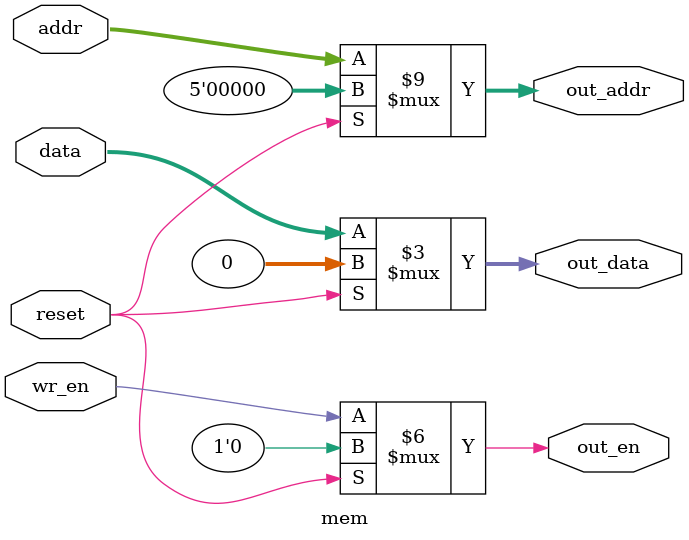
<source format=v>
module mem(
    input reset,
    input [4:0]addr,
    input wr_en,
    input [31:0]data,
    output reg[4:0]out_addr,
    output reg out_en,
    output reg[31:0]out_data
);
    always @(*) begin
        if(reset)begin
            out_addr <= 5'd0;
            out_en <= 1'd0;
            out_data <= 32'd0;
        end
        else begin
            out_data <= data;
            out_en <= wr_en;
            out_addr <= addr;
        end
    end
endmodule
</source>
